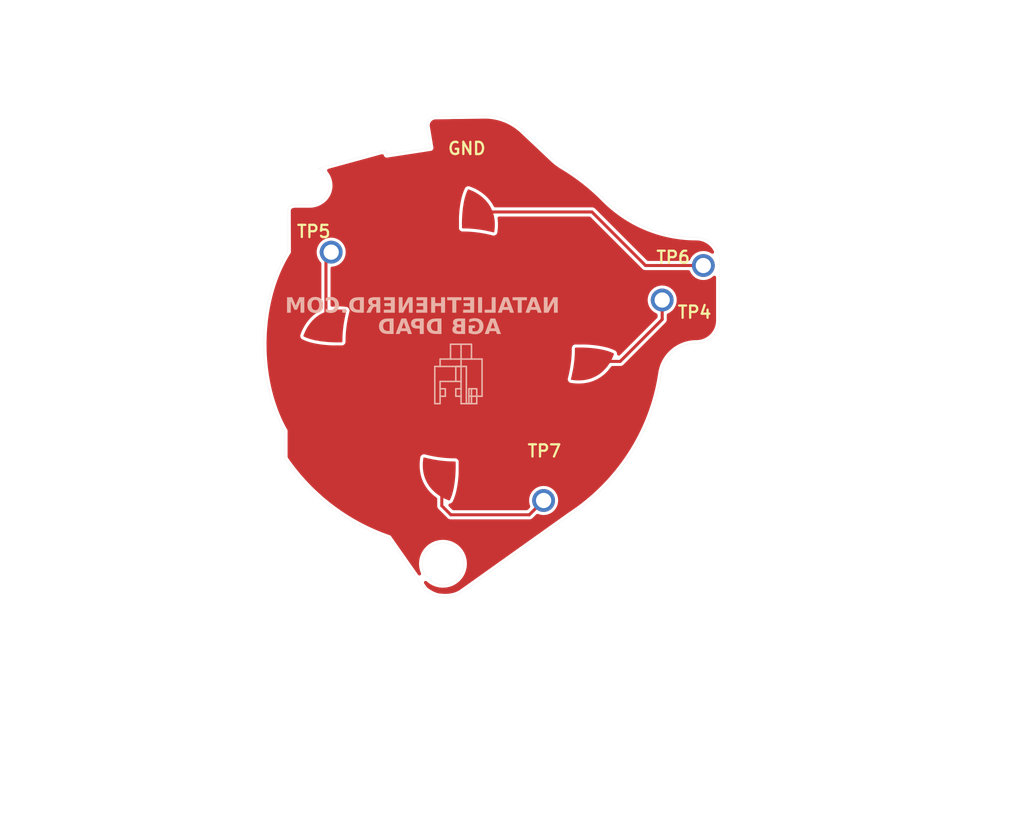
<source format=kicad_pcb>
(kicad_pcb (version 20240108) (generator "pcbnew") (generator_version "8.0")
  (layers (0 "F.Cu" signal) (31 "B.Cu" signal) (34 "B.Paste" user) (35 "F.Paste" user) (36 "B.SilkS" user "B.Silkscreen") (37 "F.SilkS" user "F.Silkscreen") (38 "B.Mask" user) (39 "F.Mask" user) (44 "Edge.Cuts" user))
  (net 0 "")
  (net 1 "Net-(SW1-Pad2)")
  (net 2 "GND")
  (net 3 "Net-(SW2-Pad2)")
  (net 4 "Net-(SW3-Pad2)")
  (net 5 "Net-(SW4-Pad2)")
  (footprint "customsym:TESTPAD" (layer "F.Cu") (at 91.894086 77.406736)
    (property "Reference" "TP5" (at -1.194086 1.393264 0) (layer "F.SilkS") (effects (font (size 0.8 0.8))))
    (property "Value" "TestPoint" (hide yes))
    (pad "1" thru_hole circle (at -0.05 2.75) (size 1.5 1.5) (drill 1) (layers "*.Cu" "*.Mask") (net 3 "Net-(SW2-Pad2)"))
  )
  (footprint "TestPoint:TestPoint_Pad_2.0x2.0mm" (layer "F.Cu") (at 100.75 71.475)
    (property "Reference" "GND" (at 0 1.875 0) (layer "F.SilkS") (effects (font (size 0.8 0.8))))
    (property "Value" "TestPoint" (hide yes))
    (pad "1" smd rect (at 0 0.475) (size 2 1.05) (layers "F.Cu" "F.Mask") (net 2 "GND"))
  )
  (footprint "AGB:ABG DPAD" (layer "F.Cu") (at 87.501291 86.167631 90)
    (property "Reference" "SW2" (hide yes))
    (property "Value" "LEFT")
    (pad "1" smd custom (at -1 4 90) (size 0.5 0.5) (layers "F.Cu" "F.Paste" "F.Mask") (net 2 "GND") (options (clearance outline) (anchor circle)) (primitives (gr_poly (pts (xy -0.25 -0.125) (xy -0.240485 -0.172835) (xy -0.213388 -0.213388) (xy -0.172835 -0.240485) (xy -0.125 -0.25) (xy 0.125 -0.25) (xy 0.172835 -0.240485) (xy 0.213388 -0.213388) (xy 0.240485 -0.172835) (xy 0.25 -0.125) (xy 0.25 0.125) (xy 0.240485 0.172835) (xy 0.213388 0.213388) (xy 0.172835 0.240485) (xy 0.125 0.25) (xy -0.125 0.25) (xy -0.172835 0.240485) (xy -0.213388 0.213388) (xy -0.240485 0.172835) (xy -0.25 0.125)) (width 0) (fill yes)) (gr_poly (pts (xy 0.452627 -1.38974) (xy 0.11914 -1.24618) (xy -0.13986 -1.090781) (xy -0.393679 -0.904301) (xy -0.735559 -0.526162) (xy -0.989378 -0.122123) (xy -1.144778 0.556456) (xy -1.186217 1.126254) (xy -1.147391 1.24014) (xy -0.372959 1.069275) (xy 0.79502 0.94829) (xy 0.761672 0.487629) (xy 0.652679 -0.738541)) (width 0.12) (fill yes)) (gr_curve (pts (xy 0.467975 -1.429645) (xy 0.467975 -1.429645) (xy -1.507131 -0.863403) (xy -1.183565 1.293709)) (width 0.1)) (gr_curve (pts (xy 0.838728 1.030811) (xy 0.838728 1.030811) (xy 0.906138 -0.539837) (xy 0.467975 -1.429645)) (width 0.1)) (gr_curve (pts (xy -1.183565 1.293709) (xy -1.183565 1.293709) (xy -0.219605 1.017329) (xy 0.838728 1.030811)) (width 0.1))))
    (pad "2" smd custom (at 1 4 90) (size 0.5 0.5) (layers "F.Cu" "F.Paste" "F.Mask") (net 3 "Net-(SW2-Pad2)") (options (clearance outline) (anchor circle)) (primitives (gr_poly (pts (xy -0.25 -0.125) (xy -0.240485 -0.172835) (xy -0.213388 -0.213388) (xy -0.172835 -0.240485) (xy -0.125 -0.25) (xy 0.125 -0.25) (xy 0.172835 -0.240485) (xy 0.213388 -0.213388) (xy 0.240485 -0.172835) (xy 0.25 -0.125) (xy 0.25 0.125) (xy 0.240485 0.172835) (xy 0.213388 0.213388) (xy 0.172835 0.240485) (xy 0.125 0.25) (xy -0.125 0.25) (xy -0.172835 0.240485) (xy -0.213388 0.213388) (xy -0.240485 0.172835) (xy -0.25 0.125)) (width 0) (fill yes)) (gr_poly (pts (xy -0.488926 -1.429645) (xy -0.62432 -1.058707) (xy -0.731373 -0.637401) (xy -0.8108 -0.088322) (xy -0.842012 0.502889) (xy -0.835105 0.844769) (xy -0.85968 1.030811) (xy -0.317106 1.034702) (xy -0.033933 1.069235) (xy 0.736159 1.159021) (xy 1.084945 1.245355) (xy 1.162613 1.293709) (xy 1.157465 0.934555) (xy 1.167824 0.565049) (xy 1.126385 0.281877) (xy 1.008971 -0.118709) (xy 0.760332 -0.540015) (xy 0.328666 -0.975134) (xy -0.006307 -1.203054) (xy -0.337826 -1.37572)) (width 0.01) (fill yes)) (gr_curve (pts (xy 1.162613 1.293709) (xy 1.162613 1.293709) (xy 0.198654 1.017329) (xy -0.85968 1.030811)) (width 0.1)) (gr_curve (pts (xy -0.85968 1.030811) (xy -0.85968 1.030811) (xy -0.927089 -0.539837) (xy -0.488926 -1.429645)) (width 0.1)) (gr_curve (pts (xy -0.488926 -1.429645) (xy -0.488926 -1.429645) (xy 1.48618 -0.863403) (xy 1.162613 1.293709)) (width 0.1))))
  )
  (footprint "AGB:ABG DPAD" (layer "F.Cu") (at 100.342239 73.51571)
    (property "Reference" "SW1" (hide yes))
    (property "Value" "UP" (hide yes))
    (pad "1" smd custom (at -1 4) (size 0.5 0.5) (layers "F.Cu" "F.Paste" "F.Mask") (net 2 "GND") (options (clearance outline) (anchor circle)) (primitives (gr_poly (pts (xy -0.25 -0.125) (xy -0.240485 -0.172835) (xy -0.213388 -0.213388) (xy -0.172835 -0.240485) (xy -0.125 -0.25) (xy 0.125 -0.25) (xy 0.172835 -0.240485) (xy 0.213388 -0.213388) (xy 0.240485 -0.172835) (xy 0.25 -0.125) (xy 0.25 0.125) (xy 0.240485 0.172835) (xy 0.213388 0.213388) (xy 0.172835 0.240485) (xy 0.125 0.25) (xy -0.125 0.25) (xy -0.172835 0.240485) (xy -0.213388 0.213388) (xy -0.240485 0.172835) (xy -0.25 0.125)) (width 0) (fill yes)) (gr_poly (pts (xy 0.452627 -1.38974) (xy 0.11914 -1.24618) (xy -0.13986 -1.090781) (xy -0.393679 -0.904301) (xy -0.735559 -0.526162) (xy -0.989378 -0.122123) (xy -1.144778 0.556456) (xy -1.186217 1.126254) (xy -1.147391 1.24014) (xy -0.372959 1.069275) (xy 0.79502 0.94829) (xy 0.761672 0.487629) (xy 0.652679 -0.738541)) (width 0.12) (fill yes)) (gr_curve (pts (xy 0.467975 -1.429645) (xy 0.467975 -1.429645) (xy -1.507131 -0.863403) (xy -1.183565 1.293709)) (width 0.1)) (gr_curve (pts (xy 0.838728 1.030811) (xy 0.838728 1.030811) (xy 0.906138 -0.539837) (xy 0.467975 -1.429645)) (width 0.1)) (gr_curve (pts (xy -1.183565 1.293709) (xy -1.183565 1.293709) (xy -0.219605 1.017329) (xy 0.838728 1.030811)) (width 0.1))))
    (pad "2" smd custom (at 1 4) (size 0.5 0.5) (layers "F.Cu" "F.Paste" "F.Mask") (net 1 "Net-(SW1-Pad2)") (options (clearance outline) (anchor circle)) (primitives (gr_poly (pts (xy -0.25 -0.125) (xy -0.240485 -0.172835) (xy -0.213388 -0.213388) (xy -0.172835 -0.240485) (xy -0.125 -0.25) (xy 0.125 -0.25) (xy 0.172835 -0.240485) (xy 0.213388 -0.213388) (xy 0.240485 -0.172835) (xy 0.25 -0.125) (xy 0.25 0.125) (xy 0.240485 0.172835) (xy 0.213388 0.213388) (xy 0.172835 0.240485) (xy 0.125 0.25) (xy -0.125 0.25) (xy -0.172835 0.240485) (xy -0.213388 0.213388) (xy -0.240485 0.172835) (xy -0.25 0.125)) (width 0) (fill yes)) (gr_poly (pts (xy -0.488926 -1.429645) (xy -0.62432 -1.058707) (xy -0.731373 -0.637401) (xy -0.8108 -0.088322) (xy -0.842012 0.502889) (xy -0.835105 0.844769) (xy -0.85968 1.030811) (xy -0.317106 1.034702) (xy -0.033933 1.069235) (xy 0.736159 1.159021) (xy 1.084945 1.245355) (xy 1.162613 1.293709) (xy 1.157465 0.934555) (xy 1.167824 0.565049) (xy 1.126385 0.281877) (xy 1.008971 -0.118709) (xy 0.760332 -0.540015) (xy 0.328666 -0.975134) (xy -0.006307 -1.203054) (xy -0.337826 -1.37572)) (width 0.01) (fill yes)) (gr_curve (pts (xy 1.162613 1.293709) (xy 1.162613 1.293709) (xy 0.198654 1.017329) (xy -0.85968 1.030811)) (width 0.1)) (gr_curve (pts (xy -0.85968 1.030811) (xy -0.85968 1.030811) (xy -0.927089 -0.539837) (xy -0.488926 -1.429645)) (width 0.1)) (gr_curve (pts (xy -0.488926 -1.429645) (xy -0.488926 -1.429645) (xy 1.48618 -0.863403) (xy 1.162613 1.293709)) (width 0.1))))
  )
  (footprint "AGB:ABG DPAD" (layer "F.Cu") (at 100.108119 98.978554 180)
    (property "Reference" "SW3" (hide yes))
    (property "Value" "DOWN")
    (pad "1" smd custom (at -1 4 180) (size 0.5 0.5) (layers "F.Cu" "F.Paste" "F.Mask") (net 2 "GND") (options (clearance outline) (anchor circle)) (primitives (gr_poly (pts (xy -0.25 -0.125) (xy -0.240485 -0.172835) (xy -0.213388 -0.213388) (xy -0.172835 -0.240485) (xy -0.125 -0.25) (xy 0.125 -0.25) (xy 0.172835 -0.240485) (xy 0.213388 -0.213388) (xy 0.240485 -0.172835) (xy 0.25 -0.125) (xy 0.25 0.125) (xy 0.240485 0.172835) (xy 0.213388 0.213388) (xy 0.172835 0.240485) (xy 0.125 0.25) (xy -0.125 0.25) (xy -0.172835 0.240485) (xy -0.213388 0.213388) (xy -0.240485 0.172835) (xy -0.25 0.125)) (width 0) (fill yes)) (gr_poly (pts (xy 0.452627 -1.38974) (xy 0.11914 -1.24618) (xy -0.13986 -1.090781) (xy -0.393679 -0.904301) (xy -0.735559 -0.526162) (xy -0.989378 -0.122123) (xy -1.144778 0.556456) (xy -1.186217 1.126254) (xy -1.147391 1.24014) (xy -0.372959 1.069275) (xy 0.79502 0.94829) (xy 0.761672 0.487629) (xy 0.652679 -0.738541)) (width 0.12) (fill yes)) (gr_curve (pts (xy 0.467975 -1.429645) (xy 0.467975 -1.429645) (xy -1.507131 -0.863403) (xy -1.183565 1.293709)) (width 0.1)) (gr_curve (pts (xy 0.838728 1.030811) (xy 0.838728 1.030811) (xy 0.906138 -0.539837) (xy 0.467975 -1.429645)) (width 0.1)) (gr_curve (pts (xy -1.183565 1.293709) (xy -1.183565 1.293709) (xy -0.219605 1.017329) (xy 0.838728 1.030811)) (width 0.1))))
    (pad "2" smd custom (at 1 4 180) (size 0.5 0.5) (layers "F.Cu" "F.Paste" "F.Mask") (net 4 "Net-(SW3-Pad2)") (options (clearance outline) (anchor circle)) (primitives (gr_poly (pts (xy -0.25 -0.125) (xy -0.240485 -0.172835) (xy -0.213388 -0.213388) (xy -0.172835 -0.240485) (xy -0.125 -0.25) (xy 0.125 -0.25) (xy 0.172835 -0.240485) (xy 0.213388 -0.213388) (xy 0.240485 -0.172835) (xy 0.25 -0.125) (xy 0.25 0.125) (xy 0.240485 0.172835) (xy 0.213388 0.213388) (xy 0.172835 0.240485) (xy 0.125 0.25) (xy -0.125 0.25) (xy -0.172835 0.240485) (xy -0.213388 0.213388) (xy -0.240485 0.172835) (xy -0.25 0.125)) (width 0) (fill yes)) (gr_poly (pts (xy -0.488926 -1.429645) (xy -0.62432 -1.058707) (xy -0.731373 -0.637401) (xy -0.8108 -0.088322) (xy -0.842012 0.502889) (xy -0.835105 0.844769) (xy -0.85968 1.030811) (xy -0.317106 1.034702) (xy -0.033933 1.069235) (xy 0.736159 1.159021) (xy 1.084945 1.245355) (xy 1.162613 1.293709) (xy 1.157465 0.934555) (xy 1.167824 0.565049) (xy 1.126385 0.281877) (xy 1.008971 -0.118709) (xy 0.760332 -0.540015) (xy 0.328666 -0.975134) (xy -0.006307 -1.203054) (xy -0.337826 -1.37572)) (width 0.01) (fill yes)) (gr_curve (pts (xy 1.162613 1.293709) (xy 1.162613 1.293709) (xy 0.198654 1.017329) (xy -0.85968 1.030811)) (width 0.1)) (gr_curve (pts (xy -0.85968 1.030811) (xy -0.85968 1.030811) (xy -0.927089 -0.539837) (xy -0.488926 -1.429645)) (width 0.1)) (gr_curve (pts (xy -0.488926 -1.429645) (xy -0.488926 -1.429645) (xy 1.48618 -0.863403) (xy 1.162613 1.293709)) (width 0.1))))
  )
  (footprint "customsym:TESTPAD" (layer "F.Cu") (at 113.628483 80.549678)
    (property "Reference" "TP4" (at 2.071517 3.550322 0) (layer "F.SilkS") (effects (font (size 0.8 0.8))))
    (property "Value" "TestPoint" (hide yes))
    (pad "1" thru_hole circle (at -0.05 2.75) (size 1.5 1.5) (drill 1) (layers "*.Cu" "*.Mask") (net 5 "Net-(SW4-Pad2)"))
  )
  (footprint "customsym:TESTPAD" (layer "F.Cu") (at 105.842361 93.711107)
    (property "Reference" "TP7" (at 0 -0.5 0) (layer "F.SilkS") (effects (font (size 0.8 0.8))))
    (property "Value" "TestPoint" (hide yes))
    (pad "1" thru_hole circle (at -0.05 2.75) (size 1.5 1.5) (drill 1) (layers "*.Cu" "*.Mask") (net 4 "Net-(SW3-Pad2)"))
  )
  (footprint "AGB:ABG DPAD" (layer "F.Cu") (at 112.928551 86.329193 -90)
    (property "Reference" "SW4" (hide yes))
    (property "Value" "RIGHT")
    (pad "1" smd custom (at -1 4 270) (size 0.5 0.5) (layers "F.Cu" "F.Paste" "F.Mask") (net 2 "GND") (options (clearance outline) (anchor circle)) (primitives (gr_poly (pts (xy -0.25 -0.125) (xy -0.240485 -0.172835) (xy -0.213388 -0.213388) (xy -0.172835 -0.240485) (xy -0.125 -0.25) (xy 0.125 -0.25) (xy 0.172835 -0.240485) (xy 0.213388 -0.213388) (xy 0.240485 -0.172835) (xy 0.25 -0.125) (xy 0.25 0.125) (xy 0.240485 0.172835) (xy 0.213388 0.213388) (xy 0.172835 0.240485) (xy 0.125 0.25) (xy -0.125 0.25) (xy -0.172835 0.240485) (xy -0.213388 0.213388) (xy -0.240485 0.172835) (xy -0.25 0.125)) (width 0) (fill yes)) (gr_poly (pts (xy 0.452627 -1.38974) (xy 0.11914 -1.24618) (xy -0.13986 -1.090781) (xy -0.393679 -0.904301) (xy -0.735559 -0.526162) (xy -0.989378 -0.122123) (xy -1.144778 0.556456) (xy -1.186217 1.126254) (xy -1.147391 1.24014) (xy -0.372959 1.069275) (xy 0.79502 0.94829) (xy 0.761672 0.487629) (xy 0.652679 -0.738541)) (width 0.12) (fill yes)) (gr_curve (pts (xy 0.467975 -1.429645) (xy 0.467975 -1.429645) (xy -1.507131 -0.863403) (xy -1.183565 1.293709)) (width 0.1)) (gr_curve (pts (xy 0.838728 1.030811) (xy 0.838728 1.030811) (xy 0.906138 -0.539837) (xy 0.467975 -1.429645)) (width 0.1)) (gr_curve (pts (xy -1.183565 1.293709) (xy -1.183565 1.293709) (xy -0.219605 1.017329) (xy 0.838728 1.030811)) (width 0.1))))
    (pad "2" smd custom (at 1 4 270) (size 0.5 0.5) (layers "F.Cu" "F.Paste" "F.Mask") (net 5 "Net-(SW4-Pad2)") (options (clearance outline) (anchor circle)) (primitives (gr_poly (pts (xy -0.25 -0.125) (xy -0.240485 -0.172835) (xy -0.213388 -0.213388) (xy -0.172835 -0.240485) (xy -0.125 -0.25) (xy 0.125 -0.25) (xy 0.172835 -0.240485) (xy 0.213388 -0.213388) (xy 0.240485 -0.172835) (xy 0.25 -0.125) (xy 0.25 0.125) (xy 0.240485 0.172835) (xy 0.213388 0.213388) (xy 0.172835 0.240485) (xy 0.125 0.25) (xy -0.125 0.25) (xy -0.172835 0.240485) (xy -0.213388 0.213388) (xy -0.240485 0.172835) (xy -0.25 0.125)) (width 0) (fill yes)) (gr_poly (pts (xy -0.488926 -1.429645) (xy -0.62432 -1.058707) (xy -0.731373 -0.637401) (xy -0.8108 -0.088322) (xy -0.842012 0.502889) (xy -0.835105 0.844769) (xy -0.85968 1.030811) (xy -0.317106 1.034702) (xy -0.033933 1.069235) (xy 0.736159 1.159021) (xy 1.084945 1.245355) (xy 1.162613 1.293709) (xy 1.157465 0.934555) (xy 1.167824 0.565049) (xy 1.126385 0.281877) (xy 1.008971 -0.118709) (xy 0.760332 -0.540015) (xy 0.328666 -0.975134) (xy -0.006307 -1.203054) (xy -0.337826 -1.37572)) (width 0.01) (fill yes)) (gr_curve (pts (xy 1.162613 1.293709) (xy 1.162613 1.293709) (xy 0.198654 1.017329) (xy -0.85968 1.030811)) (width 0.1)) (gr_curve (pts (xy -0.85968 1.030811) (xy -0.85968 1.030811) (xy -0.927089 -0.539837) (xy -0.488926 -1.429645)) (width 0.1)) (gr_curve (pts (xy -0.488926 -1.429645) (xy -0.488926 -1.429645) (xy 1.48618 -0.863403) (xy 1.162613 1.293709)) (width 0.1))))
  )
  (footprint "customsym:TESTPAD" (layer "F.Cu") (at 116.331477 78.283799)
    (property "Reference" "TP6" (at -2.031477 2.216201 0) (layer "F.SilkS") (effects (font (size 0.8 0.8))))
    (property "Value" "TestPoint" (hide yes))
    (pad "1" thru_hole circle (at -0.05 2.75) (size 1.5 1.5) (drill 1) (layers "*.Cu" "*.Mask") (net 1 "Net-(SW1-Pad2)"))
  )
  (footprint "customsym:lilhead_silk" (layer "B.Cu") (at 100.351252 83.896187 180)
    (property "Reference" "REF**" (hide yes))
    (property "Value" "lilhead_silk" (hide yes))
    (fp_line (start 1.702504 -3.763929) (end 1.355106 -3.763929) (stroke (width 0.103187)) (layer "B.SilkS"))
    (fp_line (start 1.702504 -6.206033) (end 1.702504 -3.763929) (stroke (width 0.103187)) (layer "B.SilkS"))
    (fp_line (start 1.355106 -3.278948) (end 0.670629 -3.278948) (stroke (width 0.103187)) (layer "B.SilkS"))
    (fp_line (start 1.355106 -3.763929) (end 1.355106 -3.278948) (stroke (width 0.103187)) (layer "B.SilkS"))
    (fp_line (start 1.355106 -4.74765) (end 1.355106 -6.206033) (stroke (width 0.103187)) (layer "B.SilkS"))
    (fp_line (start 1.355106 -5.229191) (end 1.011148 -5.229191) (stroke (width 0.103187)) (layer "B.SilkS"))
    (fp_line (start 1.355106 -6.206033) (end 1.702504 -6.206033) (stroke (width 0.103187)) (layer "B.SilkS"))
    (fp_line (start 1.011148 -5.229191) (end 1.011148 -5.721052) (stroke (width 0.103187)) (layer "B.SilkS"))
    (fp_line (start 1.011148 -5.721052) (end 1.355106 -5.721052) (stroke (width 0.103187)) (layer "B.SilkS"))
    (fp_line (start 0.670629 -2.305546) (end -0.705204 -2.305546) (stroke (width 0.103187)) (layer "B.SilkS"))
    (fp_line (start 0.670629 -3.278948) (end 0.670629 -2.305546) (stroke (width 0.103187)) (layer "B.SilkS"))
    (fp_line (start 0.323231 -3.763929) (end -0.020728 -3.763929) (stroke (width 0.103187)) (layer "B.SilkS"))
    (fp_line (start 0.323231 -4.74765) (end 0.323231 -3.763929) (stroke (width 0.103187)) (layer "B.SilkS"))
    (fp_line (start 0.323231 -5.229191) (end 0.323231 -5.721052) (stroke (width 0.103187)) (layer "B.SilkS"))
    (fp_line (start 0.323231 -5.721052) (end -0.020728 -5.721052) (stroke (width 0.103187)) (layer "B.SilkS"))
    (fp_line (start 0.010229 -3.763929) (end 1.355106 -3.763929) (stroke (width 0.103187)) (layer "B.SilkS"))
    (fp_line (start -0.020728 -3.75705) (end -0.020728 -2.305546) (stroke (width 0.103187)) (layer "B.SilkS"))
    (fp_line (start -0.020728 -3.763929) (end -0.020728 -3.75705) (stroke (width 0.103187)) (layer "B.SilkS"))
    (fp_line (start -0.020728 -3.763929) (end -0.020728 -4.74765) (stroke (width 0.103187)) (layer "B.SilkS"))
    (fp_line (start -0.020728 -4.74765) (end 1.355106 -4.74765) (stroke (width 0.103187)) (layer "B.SilkS"))
    (fp_line (start -0.020728 -5.229191) (end 0.323231 -5.229191) (stroke (width 0.103187)) (layer "B.SilkS"))
    (fp_line (start -0.020728 -6.206033) (end -0.020728 -4.74765) (stroke (width 0.103187)) (layer "B.SilkS"))
    (fp_line (start -0.368125 -3.763929) (end -0.020728 -3.763929) (stroke (width 0.103187)) (layer "B.SilkS"))
    (fp_line (start -0.368125 -6.206033) (end -0.368125 -3.763929) (stroke (width 0.103187)) (layer "B.SilkS"))
    (fp_line (start -0.536665 -5.229191) (end -1.052602 -5.229191) (stroke (width 0.103187)) (layer "B.SilkS"))
    (fp_line (start -0.536665 -5.721052) (end -0.705204 -5.721052) (stroke (width 0.103187)) (layer "B.SilkS"))
    (fp_line (start -0.536665 -6.206033) (end -0.536665 -5.229191) (stroke (width 0.103187)) (layer "B.SilkS"))
    (fp_line (start -0.705204 -2.305546) (end -0.705204 -3.278948) (stroke (width 0.103187)) (layer "B.SilkS"))
    (fp_line (start -0.705204 -3.278948) (end -1.4 -3.278948) (stroke (width 0.103187)) (layer "B.SilkS"))
    (fp_line (start -0.705204 -5.721052) (end -0.705204 -5.229191) (stroke (width 0.103187)) (layer "B.SilkS"))
    (fp_line (start -0.705204 -5.721052) (end -0.705204 -6.206033) (stroke (width 0.103187)) (layer "B.SilkS"))
    (fp_line (start -0.708644 -3.278948) (end 0.677508 -3.278948) (stroke (width 0.103187)) (layer "B.SilkS"))
    (fp_line (start -1.052602 -5.229191) (end -1.052602 -5.721052) (stroke (width 0.103187)) (layer "B.SilkS"))
    (fp_line (start -1.052602 -5.721052) (end -0.705204 -5.721052) (stroke (width 0.103187)) (layer "B.SilkS"))
    (fp_line (start -1.052602 -5.721052) (end -1.052602 -6.206033) (stroke (width 0.103187)) (layer "B.SilkS"))
    (fp_line (start -1.052602 -6.206033) (end -0.020728 -6.206033) (stroke (width 0.103187)) (layer "B.SilkS"))
    (fp_line (start -1.4 -3.278948) (end -1.4 -5.721052) (stroke (width 0.103187)) (layer "B.SilkS"))
    (fp_line (start -1.4 -5.721052) (end -1.052602 -5.721052) (stroke (width 0.103187)) (layer "B.SilkS"))
  )
  (gr_curve (pts (xy 88.992178 77.430605) (xy 88.991457 77.214546) (xy 89.163786 77.039013) (xy 89.500377 77.039013)) (stroke (width 0.01)) (layer "Edge.Cuts"))
  (gr_curve (pts (xy 109.766968 76.661353) (xy 111.362958 78.277045) (xy 113.539829 79.18471) (xy 115.810874 79.18471)) (stroke (width 0.01)) (layer "Edge.Cuts"))
  (gr_line (start 89.500377 77.039013) (end 90.420382 77.039017) (stroke (width 0.01)) (layer "Edge.Cuts"))
  (gr_curve (pts (xy 91.716304 75.956645) (xy 91.791958 75.385946) (xy 91.483319 74.877163) (xy 91.012941 74.652839)) (stroke (width 0.01)) (layer "Edge.Cuts"))
  (gr_line (start 95.499284 73.747731) (end 98.355772 73.307882) (stroke (width 0.01)) (layer "Edge.Cuts"))
  (gr_curve (pts (xy 90.420382 77.039017) (xy 91.057021 77.039019) (xy 91.63264 76.587763) (xy 91.716304 75.956645)) (stroke (width 0.01)) (layer "Edge.Cuts"))
  (gr_curve (pts (xy 100.430308 102.486199) (xy 99.840472 102.894029) (xy 99.068631 102.776061) (xy 99.068631 102.776061)) (stroke (width 0.01)) (layer "Edge.Cuts"))
  (gr_curve (pts (xy 107.101164 74.562415) (xy 108.076795 75.150367) (xy 108.972126 75.856698) (xy 109.766968 76.661353)) (stroke (width 0.01)) (layer "Edge.Cuts"))
  (gr_line (start 115.820173 86.132153) (end 115.820176 86.132153) (stroke (width 0.01)) (layer "Edge.Cuts"))
  (gr_line (start 117.316454 80.690285) (end 117.316454 84.635875) (stroke (width 0.01)) (layer "Edge.Cuts"))
  (gr_curve (pts (xy 117.316454 84.635875) (xy 117.316454 85.462246) (xy 116.646548 86.132153) (xy 115.820176 86.132153)) (stroke (width 0.01)) (layer "Edge.Cuts"))
  (gr_curve (pts (xy 115.820173 86.132153) (xy 114.667304 86.132153) (xy 113.686206 86.974924) (xy 113.517496 88.115382)) (stroke (width 0.01)) (layer "Edge.Cuts"))
  (gr_curve (pts (xy 113.517496 88.115382) (xy 112.940204 92.017817) (xy 110.685032 95.37815) (xy 107.503368 97.449859)) (stroke (width 0.01)) (layer "Edge.Cuts"))
  (gr_curve (pts (xy 115.810879 79.18471) (xy 116.642386 79.18471) (xy 117.316454 79.858779) (xy 117.316454 80.690285)) (stroke (width 0.01)) (layer "Edge.Cuts"))
  (gr_line (start 104.426112 72.176632) (end 106.407592 74.044784) (stroke (width 0.01)) (layer "Edge.Cuts"))
  (gr_curve (pts (xy 106.407592 74.044784) (xy 106.618182 74.24333) (xy 106.85327 74.413025) (xy 107.101164 74.562415)) (stroke (width 0.01)) (layer "Edge.Cuts"))
  (gr_circle (center 99.183227 100.615578) (end 100.551646 100.615578) (stroke (width 0.01)) (fill none) (layer "Edge.Cuts"))
  (gr_curve (pts (xy 98.123366 71.922516) (xy 98.063881 71.567925) (xy 98.334135 71.243613) (xy 98.69364 71.238173)) (stroke (width 0.01)) (layer "Edge.Cuts"))
  (gr_line (start 91.012941 74.652839) (end 95.418392 73.449443) (stroke (width 0.01)) (layer "Edge.Cuts"))
  (gr_line (start 107.503368 97.449859) (end 100.430308 102.486199) (stroke (width 0.01)) (layer "Edge.Cuts"))
  (gr_curve (pts (xy 88.782663 91.909059) (xy 87.922997 90.395562) (xy 87.4 88.394345) (xy 87.4 86.2)) (stroke (width 0.01)) (layer "Edge.Cuts"))
  (gr_curve (pts (xy 95.61455 98.928392) (xy 92.809186 97.961131) (xy 90.419068 96.10246) (xy 88.782688 93.690871)) (stroke (width 0.01)) (layer "Edge.Cuts"))
  (gr_line (start 98.355772 73.307882) (end 98.123366 71.922516) (stroke (width 0.01)) (layer "Edge.Cuts"))
  (gr_line (start 88.782688 93.690871) (end 88.782663 91.909059) (stroke (width 0.01)) (layer "Edge.Cuts"))
  (gr_line (start 95.418392 73.449443) (end 95.499284 73.747731) (stroke (width 0.01)) (layer "Edge.Cuts"))
  (gr_line (start 115.810879 79.18471) (end 115.810874 79.18471) (stroke (width 0.01)) (layer "Edge.Cuts"))
  (gr_curve (pts (xy 87.4 86.2) (xy 87.4 83.825435) (xy 88.012431 81.677025) (xy 89.001183 80.128068)) (stroke (width 0.01)) (layer "Edge.Cuts"))
  (gr_line (start 98.69364 71.238173) (end 101.885185 71.189877) (stroke (width 0.01)) (layer "Edge.Cuts"))
  (gr_line (start 89.001183 80.128068) (end 88.992178 77.430605) (stroke (width 0.01)) (layer "Edge.Cuts"))
  (gr_curve (pts (xy 101.885185 71.189877) (xy 102.828298 71.175606) (xy 103.739817 71.529589) (xy 104.426112 72.176632)) (stroke (width 0.01)) (layer "Edge.Cuts"))
  (gr_curve (pts (xy 99.068631 102.776061) (xy 98.536093 102.776061) (xy 97.986704 102.307564) (xy 97.986704 102.307564)) (stroke (width 0.01)) (layer "Edge.Cuts"))
  (gr_line (start 97.986704 102.307564) (end 95.61455 98.928392) (stroke (width 0.01)) (layer "Edge.Cuts"))
  (gr_text "AGB DPAD\n" (at 103 85.7 0) (layer "B.SilkS") (effects (font (size 1 1) (thickness 0.25) (bold yes)) (justify left bottom mirror)))
  (gr_text "NATALIETHENERD.COM" (at 106.848748 84.303813 0) (layer "B.SilkS") (effects (font (size 1 1) (thickness 0.25) (bold yes)) (justify left bottom mirror)))
  (segment (start 108.96571 77.51571) (end 112.483799 81.033799) (width 0.2) (layer "F.Cu") (net 1))
  (segment (start 112.483799 81.033799) (end 116.281477 81.033799) (width 0.2) (layer "F.Cu") (net 1))
  (segment (start 101.342239 77.51571) (end 108.96571 77.51571) (width 0.2) (layer "F.Cu") (net 1))
  (segment (start 91.501291 85.167631) (end 91.501291 80.499531) (width 0.2) (layer "F.Cu") (net 3))
  (segment (start 91.501291 80.499531) (end 91.844086 80.156736) (width 0.2) (layer "F.Cu") (net 3))
  (segment (start 104.853468 97.4) (end 105.792361 96.461107) (width 0.2) (layer "F.Cu") (net 4))
  (segment (start 99.108119 94.978554) (end 99.108119 96.808119) (width 0.2) (layer "F.Cu") (net 4))
  (segment (start 99.7 97.4) (end 104.853468 97.4) (width 0.2) (layer "F.Cu") (net 4))
  (segment (start 99.108119 96.808119) (end 99.7 97.4) (width 0.2) (layer "F.Cu") (net 4))
  (segment (start 110.820807 87.329193) (end 113.578483 84.571517) (width 0.2) (layer "F.Cu") (net 5))
  (segment (start 108.928551 87.329193) (end 110.820807 87.329193) (width 0.2) (layer "F.Cu") (net 5))
  (segment (start 113.578483 84.571517) (end 113.578483 83.299678) (width 0.2) (layer "F.Cu") (net 5))
  (zone (net 2) (net_name "GND") (layer "F.Cu") (priority 1) (connect_pads yes (clearance 0.2)) (min_thickness 0.22) (fill yes (thermal_gap 0.5) (thermal_bridge_width 0.5))
    (polygon (pts (xy 70.1 69.45) (xy 70.1 117.25) (xy 130.2 117.25) (xy 137.35 110.1) (xy 137.35 77.55) (xy 123.4 63.6) (xy 75.95 63.6)))
  )
)
</source>
